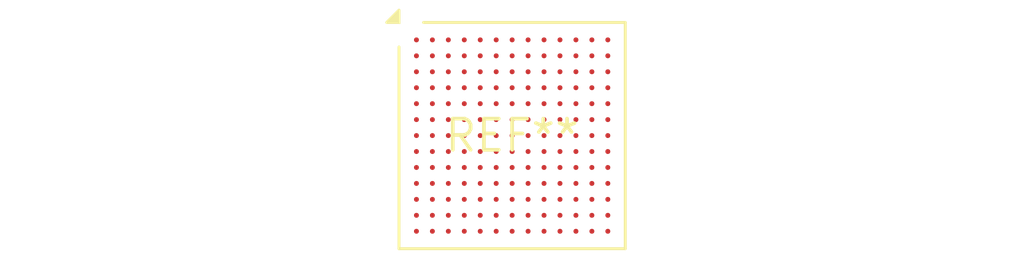
<source format=kicad_pcb>
(kicad_pcb (version 20240108) (generator pcbnew)
  (layers (0 "F.Cu" signal) (31 "B.Cu" signal) (34 "B.Paste" user) (35 "F.Paste" user) (36 "B.SilkS" user "B.Silkscreen") (37 "F.SilkS" user "F.Silkscreen") (38 "B.Mask" user) (39 "F.Mask" user) (44 "Edge.Cuts" user))
  (net 0 "")
  (footprint "TFBGA-169_9x9mm_Layout13x13_P0.65mm" (layer "F.Cu") (at 0 0)
    (property "Reference" "REF**")
    (property "Value" "TFBGA-169_9x9mm_Layout13x13_P0.65mm")
    (fp_line (start -4.61 4.61) (end -4.61 -3.61) (layer "F.SilkS") (stroke (width 0.12)))
    (fp_line (start -3.61 -4.61) (end 4.61 -4.61) (layer "F.SilkS") (stroke (width 0.12)))
    (fp_line (start 4.61 -4.61) (end 4.61 4.61) (layer "F.SilkS") (stroke (width 0.12)))
    (fp_line (start 4.61 4.61) (end -4.61 4.61) (layer "F.SilkS") (stroke (width 0.12)))
    (fp_poly (pts (xy -4.61 -4.61) (xy -5.11 -4.61) (xy -4.61 -5.11) (xy -4.61 -4.61)) (layer "F.SilkS") (stroke (width 0.12)) (fill solid))
    (pad "A1" smd circle (at -3.9 -3.9) (size 0.2 0.2) (property pad_prop_bga) (layers "F.Cu" "F.Paste" "F.Mask"))
    (pad "A2" smd circle (at -3.25 -3.9) (size 0.2 0.2) (property pad_prop_bga) (layers "F.Cu" "F.Paste" "F.Mask"))
    (pad "A3" smd circle (at -2.6 -3.9) (size 0.2 0.2) (property pad_prop_bga) (layers "F.Cu" "F.Paste" "F.Mask"))
    (pad "A4" smd circle (at -1.95 -3.9) (size 0.2 0.2) (property pad_prop_bga) (layers "F.Cu" "F.Paste" "F.Mask"))
    (pad "A5" smd circle (at -1.3 -3.9) (size 0.2 0.2) (property pad_prop_bga) (layers "F.Cu" "F.Paste" "F.Mask"))
    (pad "A6" smd circle (at -0.65 -3.9) (size 0.2 0.2) (property pad_prop_bga) (layers "F.Cu" "F.Paste" "F.Mask"))
    (pad "A7" smd circle (at 0 -3.9) (size 0.2 0.2) (property pad_prop_bga) (layers "F.Cu" "F.Paste" "F.Mask"))
    (pad "A8" smd circle (at 0.65 -3.9) (size 0.2 0.2) (property pad_prop_bga) (layers "F.Cu" "F.Paste" "F.Mask"))
    (pad "A9" smd circle (at 1.3 -3.9) (size 0.2 0.2) (property pad_prop_bga) (layers "F.Cu" "F.Paste" "F.Mask"))
    (pad "A10" smd circle (at 1.95 -3.9) (size 0.2 0.2) (property pad_prop_bga) (layers "F.Cu" "F.Paste" "F.Mask"))
    (pad "A11" smd circle (at 2.6 -3.9) (size 0.2 0.2) (property pad_prop_bga) (layers "F.Cu" "F.Paste" "F.Mask"))
    (pad "A12" smd circle (at 3.25 -3.9) (size 0.2 0.2) (property pad_prop_bga) (layers "F.Cu" "F.Paste" "F.Mask"))
    (pad "A13" smd circle (at 3.9 -3.9) (size 0.2 0.2) (property pad_prop_bga) (layers "F.Cu" "F.Paste" "F.Mask"))
    (pad "B1" smd circle (at -3.9 -3.25) (size 0.2 0.2) (property pad_prop_bga) (layers "F.Cu" "F.Paste" "F.Mask"))
    (pad "B2" smd circle (at -3.25 -3.25) (size 0.2 0.2) (property pad_prop_bga) (layers "F.Cu" "F.Paste" "F.Mask"))
    (pad "B3" smd circle (at -2.6 -3.25) (size 0.2 0.2) (property pad_prop_bga) (layers "F.Cu" "F.Paste" "F.Mask"))
    (pad "B4" smd circle (at -1.95 -3.25) (size 0.2 0.2) (property pad_prop_bga) (layers "F.Cu" "F.Paste" "F.Mask"))
    (pad "B5" smd circle (at -1.3 -3.25) (size 0.2 0.2) (property pad_prop_bga) (layers "F.Cu" "F.Paste" "F.Mask"))
    (pad "B6" smd circle (at -0.65 -3.25) (size 0.2 0.2) (property pad_prop_bga) (layers "F.Cu" "F.Paste" "F.Mask"))
    (pad "B7" smd circle (at 0 -3.25) (size 0.2 0.2) (property pad_prop_bga) (layers "F.Cu" "F.Paste" "F.Mask"))
    (pad "B8" smd circle (at 0.65 -3.25) (size 0.2 0.2) (property pad_prop_bga) (layers "F.Cu" "F.Paste" "F.Mask"))
    (pad "B9" smd circle (at 1.3 -3.25) (size 0.2 0.2) (property pad_prop_bga) (layers "F.Cu" "F.Paste" "F.Mask"))
    (pad "B10" smd circle (at 1.95 -3.25) (size 0.2 0.2) (property pad_prop_bga) (layers "F.Cu" "F.Paste" "F.Mask"))
    (pad "B11" smd circle (at 2.6 -3.25) (size 0.2 0.2) (property pad_prop_bga) (layers "F.Cu" "F.Paste" "F.Mask"))
    (pad "B12" smd circle (at 3.25 -3.25) (size 0.2 0.2) (property pad_prop_bga) (layers "F.Cu" "F.Paste" "F.Mask"))
    (pad "B13" smd circle (at 3.9 -3.25) (size 0.2 0.2) (property pad_prop_bga) (layers "F.Cu" "F.Paste" "F.Mask"))
    (pad "C1" smd circle (at -3.9 -2.6) (size 0.2 0.2) (property pad_prop_bga) (layers "F.Cu" "F.Paste" "F.Mask"))
    (pad "C2" smd circle (at -3.25 -2.6) (size 0.2 0.2) (property pad_prop_bga) (layers "F.Cu" "F.Paste" "F.Mask"))
    (pad "C3" smd circle (at -2.6 -2.6) (size 0.2 0.2) (property pad_prop_bga) (layers "F.Cu" "F.Paste" "F.Mask"))
    (pad "C4" smd circle (at -1.95 -2.6) (size 0.2 0.2) (property pad_prop_bga) (layers "F.Cu" "F.Paste" "F.Mask"))
    (pad "C5" smd circle (at -1.3 -2.6) (size 0.2 0.2) (property pad_prop_bga) (layers "F.Cu" "F.Paste" "F.Mask"))
    (pad "C6" smd circle (at -0.65 -2.6) (size 0.2 0.2) (property pad_prop_bga) (layers "F.Cu" "F.Paste" "F.Mask"))
    (pad "C7" smd circle (at 0 -2.6) (size 0.2 0.2) (property pad_prop_bga) (layers "F.Cu" "F.Paste" "F.Mask"))
    (pad "C8" smd circle (at 0.65 -2.6) (size 0.2 0.2) (property pad_prop_bga) (layers "F.Cu" "F.Paste" "F.Mask"))
    (pad "C9" smd circle (at 1.3 -2.6) (size 0.2 0.2) (property pad_prop_bga) (layers "F.Cu" "F.Paste" "F.Mask"))
    (pad "C10" smd circle (at 1.95 -2.6) (size 0.2 0.2) (property pad_prop_bga) (layers "F.Cu" "F.Paste" "F.Mask"))
    (pad "C11" smd circle (at 2.6 -2.6) (size 0.2 0.2) (property pad_prop_bga) (layers "F.Cu" "F.Paste" "F.Mask"))
    (pad "C12" smd circle (at 3.25 -2.6) (size 0.2 0.2) (property pad_prop_bga) (layers "F.Cu" "F.Paste" "F.Mask"))
    (pad "C13" smd circle (at 3.9 -2.6) (size 0.2 0.2) (property pad_prop_bga) (layers "F.Cu" "F.Paste" "F.Mask"))
    (pad "D1" smd circle (at -3.9 -1.95) (size 0.2 0.2) (property pad_prop_bga) (layers "F.Cu" "F.Paste" "F.Mask"))
    (pad "D2" smd circle (at -3.25 -1.95) (size 0.2 0.2) (property pad_prop_bga) (layers "F.Cu" "F.Paste" "F.Mask"))
    (pad "D3" smd circle (at -2.6 -1.95) (size 0.2 0.2) (property pad_prop_bga) (layers "F.Cu" "F.Paste" "F.Mask"))
    (pad "D4" smd circle (at -1.95 -1.95) (size 0.2 0.2) (property pad_prop_bga) (layers "F.Cu" "F.Paste" "F.Mask"))
    (pad "D5" smd circle (at -1.3 -1.95) (size 0.2 0.2) (property pad_prop_bga) (layers "F.Cu" "F.Paste" "F.Mask"))
    (pad "D6" smd circle (at -0.65 -1.95) (size 0.2 0.2) (property pad_prop_bga) (layers "F.Cu" "F.Paste" "F.Mask"))
    (pad "D7" smd circle (at 0 -1.95) (size 0.2 0.2) (property pad_prop_bga) (layers "F.Cu" "F.Paste" "F.Mask"))
    (pad "D8" smd circle (at 0.65 -1.95) (size 0.2 0.2) (property pad_prop_bga) (layers "F.Cu" "F.Paste" "F.Mask"))
    (pad "D9" smd circle (at 1.3 -1.95) (size 0.2 0.2) (property pad_prop_bga) (layers "F.Cu" "F.Paste" "F.Mask"))
    (pad "D10" smd circle (at 1.95 -1.95) (size 0.2 0.2) (property pad_prop_bga) (layers "F.Cu" "F.Paste" "F.Mask"))
    (pad "D11" smd circle (at 2.6 -1.95) (size 0.2 0.2) (property pad_prop_bga) (layers "F.Cu" "F.Paste" "F.Mask"))
    (pad "D12" smd circle (at 3.25 -1.95) (size 0.2 0.2) (property pad_prop_bga) (layers "F.Cu" "F.Paste" "F.Mask"))
    (pad "D13" smd circle (at 3.9 -1.95) (size 0.2 0.2) (property pad_prop_bga) (layers "F.Cu" "F.Paste" "F.Mask"))
    (pad "E1" smd circle (at -3.9 -1.3) (size 0.2 0.2) (property pad_prop_bga) (layers "F.Cu" "F.Paste" "F.Mask"))
    (pad "E2" smd circle (at -3.25 -1.3) (size 0.2 0.2) (property pad_prop_bga) (layers "F.Cu" "F.Paste" "F.Mask"))
    (pad "E3" smd circle (at -2.6 -1.3) (size 0.2 0.2) (property pad_prop_bga) (layers "F.Cu" "F.Paste" "F.Mask"))
    (pad "E4" smd circle (at -1.95 -1.3) (size 0.2 0.2) (property pad_prop_bga) (layers "F.Cu" "F.Paste" "F.Mask"))
    (pad "E5" smd circle (at -1.3 -1.3) (size 0.2 0.2) (property pad_prop_bga) (layers "F.Cu" "F.Paste" "F.Mask"))
    (pad "E6" smd circle (at -0.65 -1.3) (size 0.2 0.2) (property pad_prop_bga) (layers "F.Cu" "F.Paste" "F.Mask"))
    (pad "E7" smd circle (at 0 -1.3) (size 0.2 0.2) (property pad_prop_bga) (layers "F.Cu" "F.Paste" "F.Mask"))
    (pad "E8" smd circle (at 0.65 -1.3) (size 0.2 0.2) (property pad_prop_bga) (layers "F.Cu" "F.Paste" "F.Mask"))
    (pad "E9" smd circle (at 1.3 -1.3) (size 0.2 0.2) (property pad_prop_bga) (layers "F.Cu" "F.Paste" "F.Mask"))
    (pad "E10" smd circle (at 1.95 -1.3) (size 0.2 0.2) (property pad_prop_bga) (layers "F.Cu" "F.Paste" "F.Mask"))
    (pad "E11" smd circle (at 2.6 -1.3) (size 0.2 0.2) (property pad_prop_bga) (layers "F.Cu" "F.Paste" "F.Mask"))
    (pad "E12" smd circle (at 3.25 -1.3) (size 0.2 0.2) (property pad_prop_bga) (layers "F.Cu" "F.Paste" "F.Mask"))
    (pad "E13" smd circle (at 3.9 -1.3) (size 0.2 0.2) (property pad_prop_bga) (layers "F.Cu" "F.Paste" "F.Mask"))
    (pad "F1" smd circle (at -3.9 -0.65) (size 0.2 0.2) (property pad_prop_bga) (layers "F.Cu" "F.Paste" "F.Mask"))
    (pad "F2" smd circle (at -3.25 -0.65) (size 0.2 0.2) (property pad_prop_bga) (layers "F.Cu" "F.Paste" "F.Mask"))
    (pad "F3" smd circle (at -2.6 -0.65) (size 0.2 0.2) (property pad_prop_bga) (layers "F.Cu" "F.Paste" "F.Mask"))
    (pad "F4" smd circle (at -1.95 -0.65) (size 0.2 0.2) (property pad_prop_bga) (layers "F.Cu" "F.Paste" "F.Mask"))
    (pad "F5" smd circle (at -1.3 -0.65) (size 0.2 0.2) (property pad_prop_bga) (layers "F.Cu" "F.Paste" "F.Mask"))
    (pad "F6" smd circle (at -0.65 -0.65) (size 0.2 0.2) (property pad_prop_bga) (layers "F.Cu" "F.Paste" "F.Mask"))
    (pad "F7" smd circle (at 0 -0.65) (size 0.2 0.2) (property pad_prop_bga) (layers "F.Cu" "F.Paste" "F.Mask"))
    (pad "F8" smd circle (at 0.65 -0.65) (size 0.2 0.2) (property pad_prop_bga) (layers "F.Cu" "F.Paste" "F.Mask"))
    (pad "F9" smd circle (at 1.3 -0.65) (size 0.2 0.2) (property pad_prop_bga) (layers "F.Cu" "F.Paste" "F.Mask"))
    (pad "F10" smd circle (at 1.95 -0.65) (size 0.2 0.2) (property pad_prop_bga) (layers "F.Cu" "F.Paste" "F.Mask"))
    (pad "F11" smd circle (at 2.6 -0.65) (size 0.2 0.2) (property pad_prop_bga) (layers "F.Cu" "F.Paste" "F.Mask"))
    (pad "F12" smd circle (at 3.25 -0.65) (size 0.2 0.2) (property pad_prop_bga) (layers "F.Cu" "F.Paste" "F.Mask"))
    (pad "F13" smd circle (at 3.9 -0.65) (size 0.2 0.2) (property pad_prop_bga) (layers "F.Cu" "F.Paste" "F.Mask"))
    (pad "G1" smd circle (at -3.9 0) (size 0.2 0.2) (property pad_prop_bga) (layers "F.Cu" "F.Paste" "F.Mask"))
    (pad "G2" smd circle (at -3.25 0) (size 0.2 0.2) (property pad_prop_bga) (layers "F.Cu" "F.Paste" "F.Mask"))
    (pad "G3" smd circle (at -2.6 0) (size 0.2 0.2) (property pad_prop_bga) (layers "F.Cu" "F.Paste" "F.Mask"))
    (pad "G4" smd circle (at -1.95 0) (size 0.2 0.2) (property pad_prop_bga) (layers "F.Cu" "F.Paste" "F.Mask"))
    (pad "G5" smd circle (at -1.3 0) (size 0.2 0.2) (property pad_prop_bga) (layers "F.Cu" "F.Paste" "F.Mask"))
    (pad "G6" smd circle (at -0.65 0) (size 0.2 0.2) (property pad_prop_bga) (layers "F.Cu" "F.Paste" "F.Mask"))
    (pad "G7" smd circle (at 0 0) (size 0.2 0.2) (property pad_prop_bga) (layers "F.Cu" "F.Paste" "F.Mask"))
    (pad "G8" smd circle (at 0.65 0) (size 0.2 0.2) (property pad_prop_bga) (layers "F.Cu" "F.Paste" "F.Mask"))
    (pad "G9" smd circle (at 1.3 0) (size 0.2 0.2) (property pad_prop_bga) (layers "F.Cu" "F.Paste" "F.Mask"))
    (pad "G10" smd circle (at 1.95 0) (size 0.2 0.2) (property pad_prop_bga) (layers "F.Cu" "F.Paste" "F.Mask"))
    (pad "G11" smd circle (at 2.6 0) (size 0.2 0.2) (property pad_prop_bga) (layers "F.Cu" "F.Paste" "F.Mask"))
    (pad "G12" smd circle (at 3.25 0) (size 0.2 0.2) (property pad_prop_bga) (layers "F.Cu" "F.Paste" "F.Mask"))
    (pad "G13" smd circle (at 3.9 0) (size 0.2 0.2) (property pad_prop_bga) (layers "F.Cu" "F.Paste" "F.Mask"))
    (pad "H1" smd circle (at -3.9 0.65) (size 0.2 0.2) (property pad_prop_bga) (layers "F.Cu" "F.Paste" "F.Mask"))
    (pad "H2" smd circle (at -3.25 0.65) (size 0.2 0.2) (property pad_prop_bga) (layers "F.Cu" "F.Paste" "F.Mask"))
    (pad "H3" smd circle (at -2.6 0.65) (size 0.2 0.2) (property pad_prop_bga) (layers "F.Cu" "F.Paste" "F.Mask"))
    (pad "H4" smd circle (at -1.95 0.65) (size 0.2 0.2) (property pad_prop_bga) (layers "F.Cu" "F.Paste" "F.Mask"))
    (pad "H5" smd circle (at -1.3 0.65) (size 0.2 0.2) (property pad_prop_bga) (layers "F.Cu" "F.Paste" "F.Mask"))
    (pad "H6" smd circle (at -0.65 0.65) (size 0.2 0.2) (property pad_prop_bga) (layers "F.Cu" "F.Paste" "F.Mask"))
    (pad "H7" smd circle (at 0 0.65) (size 0.2 0.2) (property pad_prop_bga) (layers "F.Cu" "F.Paste" "F.Mask"))
    (pad "H8" smd circle (at 0.65 0.65) (size 0.2 0.2) (property pad_prop_bga) (layers "F.Cu" "F.Paste" "F.Mask"))
    (pad "H9" smd circle (at 1.3 0.65) (size 0.2 0.2) (property pad_prop_bga) (layers "F.Cu" "F.Paste" "F.Mask"))
    (pad "H10" smd circle (at 1.95 0.65) (size 0.2 0.2) (property pad_prop_bga) (layers "F.Cu" "F.Paste" "F.Mask"))
    (pad "H11" smd circle (at 2.6 0.65) (size 0.2 0.2) (property pad_prop_bga) (layers "F.Cu" "F.Paste" "F.Mask"))
    (pad "H12" smd circle (at 3.25 0.65) (size 0.2 0.2) (property pad_prop_bga) (layers "F.Cu" "F.Paste" "F.Mask"))
    (pad "H13" smd circle (at 3.9 0.65) (size 0.2 0.2) (property pad_prop_bga) (layers "F.Cu" "F.Paste" "F.Mask"))
    (pad "J1" smd circle (at -3.9 1.3) (size 0.2 0.2) (property pad_prop_bga) (layers "F.Cu" "F.Paste" "F.Mask"))
    (pad "J2" smd circle (at -3.25 1.3) (size 0.2 0.2) (property pad_prop_bga) (layers "F.Cu" "F.Paste" "F.Mask"))
    (pad "J3" smd circle (at -2.6 1.3) (size 0.2 0.2) (property pad_prop_bga) (layers "F.Cu" "F.Paste" "F.Mask"))
    (pad "J4" smd circle (at -1.95 1.3) (size 0.2 0.2) (property pad_prop_bga) (layers "F.Cu" "F.Paste" "F.Mask"))
    (pad "J5" smd circle (at -1.3 1.3) (size 0.2 0.2) (property pad_prop_bga) (layers "F.Cu" "F.Paste" "F.Mask"))
    (pad "J6" smd circle (at -0.65 1.3) (size 0.2 0.2) (property pad_prop_bga) (layers "F.Cu" "F.Paste" "F.Mask"))
    (pad "J7" smd circle (at 0 1.3) (size 0.2 0.2) (property pad_prop_bga) (layers "F.Cu" "F.Paste" "F.Mask"))
    (pad "J8" smd circle (at 0.65 1.3) (size 0.2 0.2) (property pad_prop_bga) (layers "F.Cu" "F.Paste" "F.Mask"))
    (pad "J9" smd circle (at 1.3 1.3) (size 0.2 0.2) (property pad_prop_bga) (layers "F.Cu" "F.Paste" "F.Mask"))
    (pad "J10" smd circle (at 1.95 1.3) (size 0.2 0.2) (property pad_prop_bga) (layers "F.Cu" "F.Paste" "F.Mask"))
    (pad "J11" smd circle (at 2.6 1.3) (size 0.2 0.2) (property pad_prop_bga) (layers "F.Cu" "F.Paste" "F.Mask"))
    (pad "J12" smd circle (at 3.25 1.3) (size 0.2 0.2) (property pad_prop_bga) (layers "F.Cu" "F.Paste" "F.Mask"))
    (pad "J13" smd circle (at 3.9 1.3) (size 0.2 0.2) (property pad_prop_bga) (layers "F.Cu" "F.Paste" "F.Mask"))
    (pad "K1" smd circle (at -3.9 1.95) (size 0.2 0.2) (property pad_prop_bga) (layers "F.Cu" "F.Paste" "F.Mask"))
    (pad "K2" smd circle (at -3.25 1.95) (size 0.2 0.2) (property pad_prop_bga) (layers "F.Cu" "F.Paste" "F.Mask"))
    (pad "K3" smd circle (at -2.6 1.95) (size 0.2 0.2) (property pad_prop_bga) (layers "F.Cu" "F.Paste" "F.Mask"))
    (pad "K4" smd circle (at -1.95 1.95) (size 0.2 0.2) (property pad_prop_bga) (layers "F.Cu" "F.Paste" "F.Mask"))
    (pad "K5" smd circle (at -1.3 1.95) (size 0.2 0.2) (property pad_prop_bga) (layers "F.Cu" "F.Paste" "F.Mask"))
    (pad "K6" smd circle (at -0.65 1.95) (size 0.2 0.2) (property pad_prop_bga) (layers "F.Cu" "F.Paste" "F.Mask"))
    (pad "K7" smd circle (at 0 1.95) (size 0.2 0.2) (property pad_prop_bga) (layers "F.Cu" "F.Paste" "F.Mask"))
    (pad "K8" smd circle (at 0.65 1.95) (size 0.2 0.2) (property pad_prop_bga) (layers "F.Cu" "F.Paste" "F.Mask"))
    (pad "K9" smd circle (at 1.3 1.95) (size 0.2 0.2) (property pad_prop_bga) (layers "F.Cu" "F.Paste" "F.Mask"))
    (pad "K10" smd circle (at 1.95 1.95) (size 0.2 0.2) (property pad_prop_bga) (layers "F.Cu" "F.Paste" "F.Mask"))
    (pad "K11" smd circle (at 2.6 1.95) (size 0.2 0.2) (property pad_prop_bga) (layers "F.Cu" "F.Paste" "F.Mask"))
    (pad "K12" smd circle (at 3.25 1.95) (size 0.2 0.2) (property pad_prop_bga) (layers "F.Cu" "F.Paste" "F.Mask"))
    (pad "K13" smd circle (at 3.9 1.95) (size 0.2 0.2) (property pad_prop_bga) (layers "F.Cu" "F.Paste" "F.Mask"))
    (pad "L1" smd circle (at -3.9 2.6) (size 0.2 0.2) (property pad_prop_bga) (layers "F.Cu" "F.Paste" "F.Mask"))
    (pad "L2" smd circle (at -3.25 2.6) (size 0.2 0.2) (property pad_prop_bga) (layers "F.Cu" "F.Paste" "F.Mask"))
    (pad "L3" smd circle (at -2.6 2.6) (size 0.2 0.2) (property pad_prop_bga) (layers "F.Cu" "F.Paste" "F.Mask"))
    (pad "L4" smd circle (at -1.95 2.6) (size 0.2 0.2) (property pad_prop_bga) (layers "F.Cu" "F.Paste" "F.Mask"))
    (pad "L5" smd circle (at -1.3 2.6) (size 0.2 0.2) (property pad_prop_bga) (layers "F.Cu" "F.Paste" "F.Mask"))
    (pad "L6" smd circle (at -0.65 2.6) (size 0.2 0.2) (property pad_prop_bga) (layers "F.Cu" "F.Paste" "F.Mask"))
    (pad "L7" smd circle (at 0 2.6) (size 0.2 0.2) (property pad_prop_bga) (layers "F.Cu" "F.Paste" "F.Mask"))
    (pad "L8" smd circle (at 0.65 2.6) (size 0.2 0.2) (property pad_prop_bga) (layers "F.Cu" "F.Paste" "F.Mask"))
    (pad "L9" smd circle (at 1.3 2.6) (size 0.2 0.2) (property pad_prop_bga) (layers "F.Cu" "F.Paste" "F.Mask"))
    (pad "L10" smd circle (at 1.95 2.6) (size 0.2 0.2) (property pad_prop_bga) (layers "F.Cu" "F.Paste" "F.Mask"))
    (pad "L11" smd circle (at 2.6 2.6) (size 0.2 0.2) (property pad_prop_bga) (layers "F.Cu" "F.Paste" "F.Mask"))
    (pad "L12" smd circle (at 3.25 2.6) (size 0.2 0.2) (property pad_prop_bga) (layers "F.Cu" "F.Paste" "F.Mask"))
    (pad "L13" smd circle (at 3.9 2.6) (size 0.2 0.2) (property pad_prop_bga) (layers "F.Cu" "F.Paste" "F.Mask"))
    (pad "M1" smd circle (at -3.9 3.25) (size 0.2 0.2) (property pad_prop_bga) (layers "F.Cu" "F.Paste" "F.Mask"))
    (pad "M2" smd circle (at -3.25 3.25) (size 0.2 0.2) (property pad_prop_bga) (layers "F.Cu" "F.Paste" "F.Mask"))
    (pad "M3" smd circle (at -2.6 3.25) (size 0.2 0.2) (property pad_prop_bga) (layers "F.Cu" "F.Paste" "F.Mask"))
    (pad "M4" smd circle (at -1.95 3.25) (size 0.2 0.2) (property pad_prop_bga) (layers "F.Cu" "F.Paste" "F.Mask"))
    (pad "M5" smd circle (at -1.3 3.25) (size 0.2 0.2) (property pad_prop_bga) (layers "F.Cu" "F.Paste" "F.Mask"))
    (pad "M6" smd circle (at -0.65 3.25) (size 0.2 0.2) (property pad_prop_bga) (layers "F.Cu" "F.Paste" "F.Mask"))
    (pad "M7" smd circle (at 0 3.25) (size 0.2 0.2) (property pad_prop_bga) (layers "F.Cu" "F.Paste" "F.Mask"))
    (pad "M8" smd circle (at 0.65 3.25) (size 0.2 0.2) (property pad_prop_bga) (layers "F.Cu" "F.Paste" "F.Mask"))
    (pad "M9" smd circle (at 1.3 3.25) (size 0.2 0.2) (property pad_prop_bga) (layers "F.Cu" "F.Paste" "F.Mask"))
    (pad "M10" smd circle (at 1.95 3.25) (size 0.2 0.2) (property pad_prop_bga) (layers "F.Cu" "F.Paste" "F.Mask"))
    (pad "M11" smd circle (at 2.6 3.25) (size 0.2 0.2) (property pad_prop_bga) (layers "F.Cu" "F.Paste" "F.Mask"))
    (pad "M12" smd circle (at 3.25 3.25) (size 0.2 0.2) (property pad_prop_bga) (layers "F.Cu" "F.Paste" "F.Mask"))
    (pad "M13" smd circle (at 3.9 3.25) (size 0.2 0.2) (property pad_prop_bga) (layers "F.Cu" "F.Paste" "F.Mask"))
    (pad "N1" smd circle (at -3.9 3.9) (size 0.2 0.2) (property pad_prop_bga) (layers "F.Cu" "F.Paste" "F.Mask"))
    (pad "N2" smd circle (at -3.25 3.9) (size 0.2 0.2) (property pad_prop_bga) (layers "F.Cu" "F.Paste" "F.Mask"))
    (pad "N3" smd circle (at -2.6 3.9) (size 0.2 0.2) (property pad_prop_bga) (layers "F.Cu" "F.Paste" "F.Mask"))
    (pad "N4" smd circle (at -1.95 3.9) (size 0.2 0.2) (property pad_prop_bga) (layers "F.Cu" "F.Paste" "F.Mask"))
    (pad "N5" smd circle (at -1.3 3.9) (size 0.2 0.2) (property pad_prop_bga) (layers "F.Cu" "F.Paste" "F.Mask"))
    (pad "N6" smd circle (at -0.65 3.9) (size 0.2 0.2) (property pad_prop_bga) (layers "F.Cu" "F.Paste" "F.Mask"))
    (pad "N7" smd circle (at 0 3.9) (size 0.2 0.2) (property pad_prop_bga) (layers "F.Cu" "F.Paste" "F.Mask"))
    (pad "N8" smd circle (at 0.65 3.9) (size 0.2 0.2) (property pad_prop_bga) (layers "F.Cu" "F.Paste" "F.Mask"))
    (pad "N9" smd circle (at 1.3 3.9) (size 0.2 0.2) (property pad_prop_bga) (layers "F.Cu" "F.Paste" "F.Mask"))
    (pad "N10" smd circle (at 1.95 3.9) (size 0.2 0.2) (property pad_prop_bga) (layers "F.Cu" "F.Paste" "F.Mask"))
    (pad "N11" smd circle (at 2.6 3.9) (size 0.2 0.2) (property pad_prop_bga) (layers "F.Cu" "F.Paste" "F.Mask"))
    (pad "N12" smd circle (at 3.25 3.9) (size 0.2 0.2) (property pad_prop_bga) (layers "F.Cu" "F.Paste" "F.Mask"))
    (pad "N13" smd circle (at 3.9 3.9) (size 0.2 0.2) (property pad_prop_bga) (layers "F.Cu" "F.Paste" "F.Mask"))
  )
)
</source>
